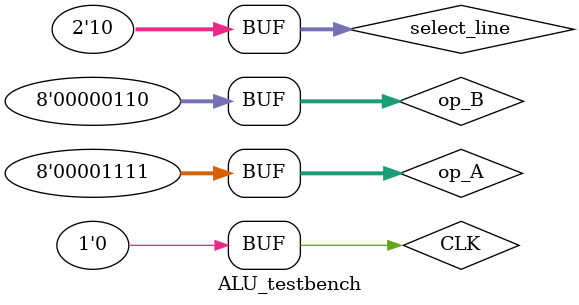
<source format=v>
`timescale 1ns / 1ps


module ALU_testbench;

	// Inputs
	reg [7:0] op_A;
	reg [7:0] op_B;
	reg [1:0] select_line;
	reg CLK;

	// Outputs
	wire [7:0] alu_out;
	wire [7:0] remainder;
	wire alu_sign_flag;

	// Instantiate the Unit Under Test (UUT)
	ALU uut (
		.op_A(op_A), 
		.op_B(op_B), 
		.select_line(select_line), 
		.CLK(CLK), 
		.alu_out(alu_out), 
		.remainder(remainder), 
		.alu_sign_flag(alu_sign_flag)
	);

	initial begin
		// Initialize Inputs
		op_A = 0;
		op_B = 0;
		select_line = 0;
		CLK = 0;

		// Wait 100 ns for global reset to finish
		#100;
        
		// Add stimulus here
		
		CLK = 1; op_A = 15; op_B = 6; select_line = 0;
		#50 CLK = 0;
		#50 CLK = 1; op_A = 15; op_B = 6; select_line = 1;
		#50 CLK = 0;
		#50 CLK = 1; op_A = 15; op_B = 6; select_line = 2;
		#50 CLK = 0;

	end
      
endmodule


</source>
